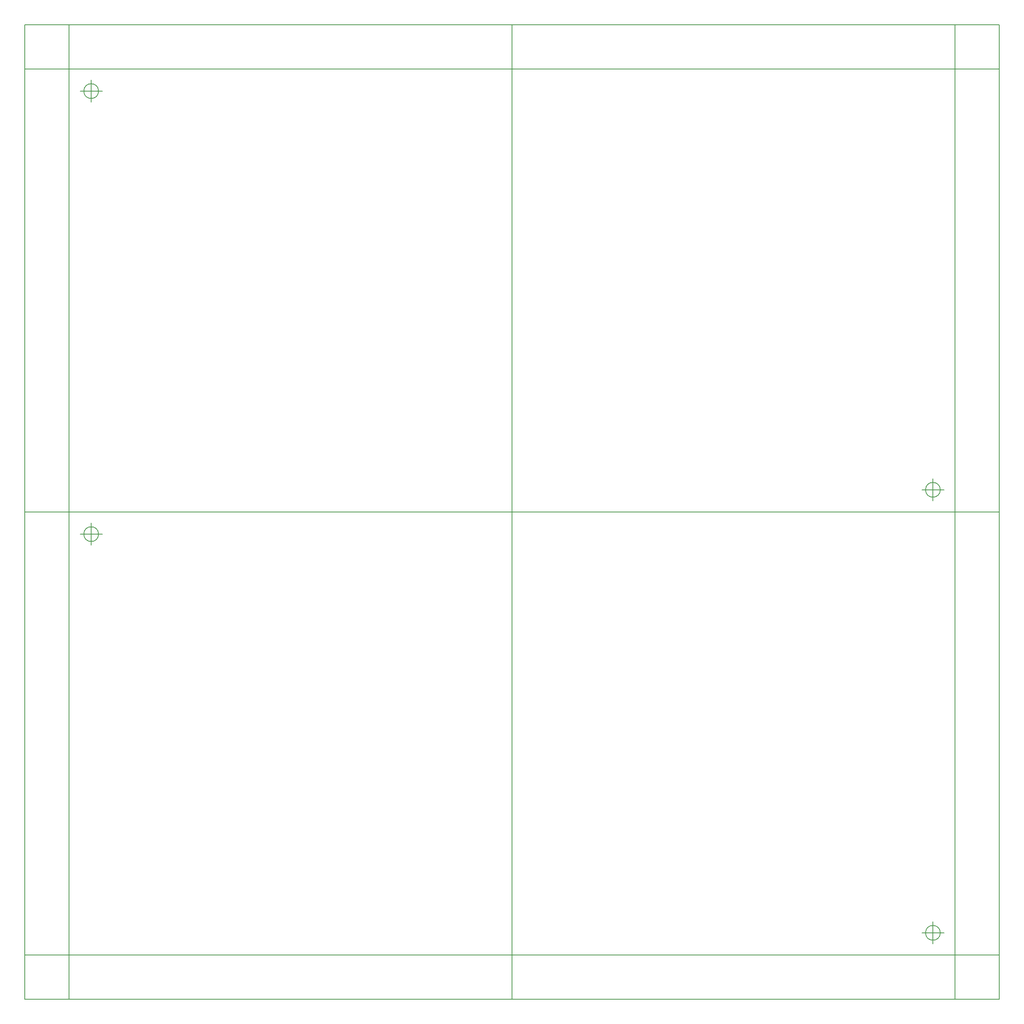
<source format=gbr>
G04 #@! TF.FileFunction,Profile,NP*
%FSLAX46Y46*%
G04 Gerber Fmt 4.6, Leading zero omitted, Abs format (unit mm)*
G04 Created by KiCad (PCBNEW 4.0.7-e2-6376~58~ubuntu16.04.1) date Sun Nov 18 23:18:58 2018*
%MOMM*%
%LPD*%
G01*
G04 APERTURE LIST*
%ADD10C,0.100000*%
%ADD11C,0.150000*%
G04 APERTURE END LIST*
D10*
D11*
X210000000Y-200000000D02*
X-10000000Y-200000000D01*
X200000000Y10000000D02*
X200000000Y-210000000D01*
X-10000000Y0D02*
X210000000Y0D01*
X100000000Y-210000000D02*
X100000000Y10000000D01*
X-10000000Y-100000000D02*
X210000000Y-100000000D01*
X0Y10000000D02*
X0Y-210000000D01*
X-10000000Y-210000000D02*
X-10000000Y10000000D01*
X210000000Y-210000000D02*
X-10000000Y-210000000D01*
X210000000Y10000000D02*
X210000000Y-210000000D01*
X-10000000Y10000000D02*
X210000000Y10000000D01*
X6666866Y-105000000D02*
G75*
G03X6666866Y-105000000I-1666666J0D01*
G01*
X2500200Y-105000000D02*
X7500200Y-105000000D01*
X5000200Y-102500000D02*
X5000200Y-107500000D01*
X0Y-100000000D02*
X0Y-200000000D01*
X100000000Y-200000000D02*
X100000000Y-100000000D01*
X0Y-200000000D02*
X100000000Y-200000000D01*
X100000000Y-100000000D02*
X0Y-100000000D01*
X196666466Y-195000000D02*
G75*
G03X196666466Y-195000000I-1666666J0D01*
G01*
X192499800Y-195000000D02*
X197499800Y-195000000D01*
X194999800Y-192500000D02*
X194999800Y-197500000D01*
X200000000Y-200000000D02*
X200000000Y-100000000D01*
X100000000Y-100000000D02*
X100000000Y-200000000D01*
X200000000Y-100000000D02*
X100000000Y-100000000D01*
X100000000Y-200000000D02*
X200000000Y-200000000D01*
X196666466Y-95000000D02*
G75*
G03X196666466Y-95000000I-1666666J0D01*
G01*
X192499800Y-95000000D02*
X197499800Y-95000000D01*
X194999800Y-92500000D02*
X194999800Y-97500000D01*
X200000000Y-100000000D02*
X200000000Y0D01*
X100000000Y0D02*
X100000000Y-100000000D01*
X200000000Y0D02*
X100000000Y0D01*
X100000000Y-100000000D02*
X200000000Y-100000000D01*
X6666866Y-5000000D02*
G75*
G03X6666866Y-5000000I-1666666J0D01*
G01*
X2500200Y-5000000D02*
X7500200Y-5000000D01*
X5000200Y-2500000D02*
X5000200Y-7500000D01*
X0Y0D02*
X0Y-100000000D01*
X100000000Y0D02*
X0Y0D01*
X100000000Y-100000000D02*
X100000000Y0D01*
X0Y-100000000D02*
X100000000Y-100000000D01*
M02*

</source>
